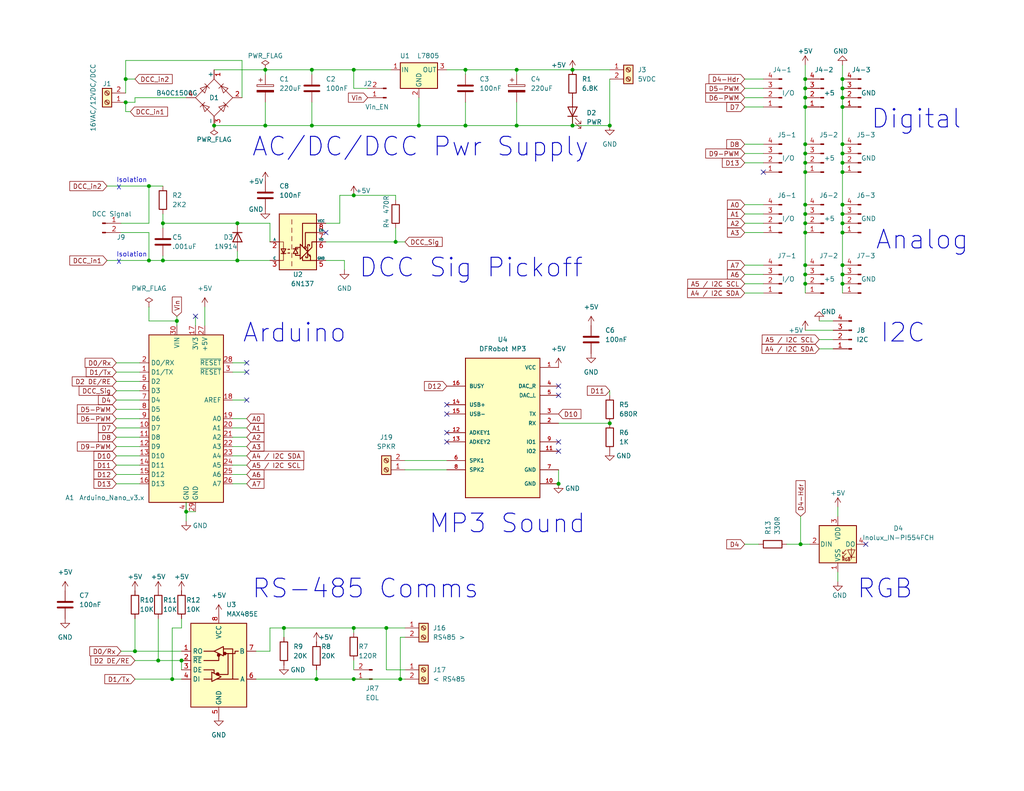
<source format=kicad_sch>
(kicad_sch (version 20211123) (generator eeschema)
  (paper "USLetter")
  (title_block (title "MAXDuino using Arduino R3") (date "2023-07-01") (rev "1.1") (comment 1 "RS485 (D0, D1, D2) / I2C (A4, A5) / DCC (D3) Comms") (comment 2 "DFRobot MP3 PLayer   (D10, D11, D12)") (comment 3 "Digital Pin headers (D4 +NeoPixel, D5, D6, D7, D8, D9, D13)") (comment 4 "Analog Pin headers (A0, A1, A2, A3, A6, A7)") (comment 5 "R1.1 =  Update (Sch/PCB) esp DCC Decoder "))
  (lib_symbols
    (symbol "Connector:Conn_01x02_Male" (pin_names (offset 1.016) hide)
      (property "Reference" "J" (at 0 2.54 0))
      (property "Value" "Conn_01x02_Male" (at 0 -5.08 0))
      (symbol "Conn_01x02_Male_1_1"
        (pin passive line (at 5.08 0 180) (length 3.81) (name "Pin_1") (number "1"))
        (pin passive line (at 5.08 -2.54 180) (length 3.81) (name "Pin_2") (number "2"))
      )
    )
    (symbol "Connector:Conn_01x04_Male" (pin_names (offset 1.016) hide)
      (property "Reference" "J" (at 0 5.08 0))
      (property "Value" "Conn_01x04_Male" (at 0 -7.62 0))
      (symbol "Conn_01x04_Male_1_1"
        (pin passive line (at 5.08 2.54 180) (length 3.81) (name "Pin_1") (number "1"))
        (pin passive line (at 5.08 0 180) (length 3.81) (name "Pin_2") (number "2"))
        (pin passive line (at 5.08 -2.54 180) (length 3.81) (name "Pin_3") (number "3"))
        (pin passive line (at 5.08 -5.08 180) (length 3.81) (name "Pin_4") (number "4"))
      )
    )
    (symbol "Connector:Screw_Terminal_01x02" (pin_names (offset 1.016) hide)
      (property "Reference" "J" (at 0 2.54 0))
      (property "Value" "Screw_Terminal_01x02" (at 0 -5.08 0))
      (symbol "Screw_Terminal_01x02_1_1"
        (pin passive line (at -5.08 0 0) (length 3.81) (name "Pin_1") (number "1"))
        (pin passive line (at -5.08 -2.54 0) (length 3.81) (name "Pin_2") (number "2"))
      )
    )
    (symbol "DFR0299:DFR0299" (pin_names (offset 1.016))
      (property "Reference" "U" (at -10.16 18.542 0))
      (property "Value" "DFR0299" (at -10.16 -22.86 0))
      (symbol "DFR0299_0_0"
        (pin power_in line (at 15.24 15.24 180) (length 5.08) (name "VCC") (number "1"))
        (pin power_in line (at 15.24 -16.51 180) (length 5.08) (name "GND") (number "10"))
        (pin bidirectional line (at 15.24 -7.62 180) (length 5.08) (name "IO2") (number "11"))
        (pin input line (at -15.24 -2.54 0) (length 5.08) (name "ADKEY1") (number "12"))
        (pin input line (at -15.24 -5.08 0) (length 5.08) (name "ADKEY2") (number "13"))
        (pin input line (at -15.24 5.08 0) (length 5.08) (name "USB+") (number "14"))
        (pin input line (at -15.24 2.54 0) (length 5.08) (name "USB-") (number "15"))
        (pin input line (at -15.24 10.16 0) (length 5.08) (name "BUSY") (number "16"))
        (pin input line (at 15.24 0 180) (length 5.08) (name "RX") (number "2"))
        (pin output line (at 15.24 2.54 180) (length 5.08) (name "TX") (number "3"))
        (pin output line (at 15.24 10.16 180) (length 5.08) (name "DAC_R") (number "4"))
        (pin output line (at 15.24 7.62 180) (length 5.08) (name "DAC_L") (number "5"))
        (pin passive line (at -15.24 -10.16 0) (length 5.08) (name "SPK1") (number "6"))
        (pin power_in line (at 15.24 -12.7 180) (length 5.08) (name "GND") (number "7"))
        (pin passive line (at -15.24 -12.7 0) (length 5.08) (name "SPK2") (number "8"))
        (pin bidirectional line (at 15.24 -5.08 180) (length 5.08) (name "IO1") (number "9"))
      )
    )
    (symbol "Device:C" (pin_numbers hide) (pin_names (offset 0.254))
      (property "Reference" "C" (at 0.635 2.54 0))
      (property "Value" "C" (at 0.635 -2.54 0))
      (symbol "C_1_1"
        (pin passive line (at 0 3.81 270) (length 2.794) (name "~") (number "1"))
        (pin passive line (at 0 -3.81 90) (length 2.794) (name "~") (number "2"))
      )
    )
    (symbol "Device:C_Polarized" (pin_numbers hide) (pin_names (offset 0.254))
      (property "Reference" "C" (at 0.635 2.54 0))
      (property "Value" "C_Polarized" (at 0.635 -2.54 0))
      (symbol "C_Polarized_1_1"
        (pin passive line (at 0 3.81 270) (length 2.794) (name "~") (number "1"))
        (pin passive line (at 0 -3.81 90) (length 2.794) (name "~") (number "2"))
      )
    )
    (symbol "Device:LED" (pin_numbers hide) (pin_names (offset 1.016) hide)
      (property "Reference" "D" (at 0 2.54 0))
      (property "Value" "LED" (at 0 -2.54 0))
      (symbol "LED_1_1"
        (pin passive line (at -3.81 0 0) (length 2.54) (name "K") (number "1"))
        (pin passive line (at 3.81 0 180) (length 2.54) (name "A") (number "2"))
      )
    )
    (symbol "Device:R" (pin_numbers hide) (pin_names (offset 0))
      (property "Reference" "R" (at 2.032 0 90))
      (property "Value" "R" (at 0 0 90))
      (symbol "R_1_1"
        (pin passive line (at 0 3.81 270) (length 1.27) (name "~") (number "1"))
        (pin passive line (at 0 -3.81 90) (length 1.27) (name "~") (number "2"))
      )
    )
    (symbol "Diode:1N914" (pin_numbers hide) (pin_names (offset 1.016) hide)
      (property "Reference" "D" (at 0 2.54 0))
      (property "Value" "1N914" (at 0 -2.54 0))
      (symbol "1N914_1_1"
        (pin passive line (at -3.81 0 0) (length 2.54) (name "K") (number "1"))
        (pin passive line (at 3.81 0 180) (length 2.54) (name "A") (number "2"))
      )
    )
    (symbol "Diode_Bridge:B40C1500G" (pin_names (offset 0))
      (property "Reference" "D" (at 2.54 6.985 0))
      (property "Value" "B40C1500G" (at 2.54 5.08 0))
      (symbol "B40C1500G_1_1"
        (pin passive line (at 7.62 0 180) (length 2.54) (name "+") (number "1"))
        (pin passive line (at 0 -7.62 90) (length 2.54) (name "~") (number "2"))
        (pin passive line (at -7.62 0 0) (length 2.54) (name "-") (number "3"))
        (pin passive line (at 0 7.62 270) (length 2.54) (name "~") (number "4"))
      )
    )
    (symbol "Interface_UART:MAX485E"
      (property "Reference" "U" (at -6.096 11.43 0))
      (property "Value" "MAX485E" (at 0.762 11.43 0))
      (symbol "MAX485E_1_1"
        (pin output line (at -10.16 2.54 0) (length 2.54) (name "RO") (number "1"))
        (pin input line (at -10.16 0 0) (length 2.54) (name "~{RE}") (number "2"))
        (pin input line (at -10.16 -2.54 0) (length 2.54) (name "DE") (number "3"))
        (pin input line (at -10.16 -5.08 0) (length 2.54) (name "DI") (number "4"))
        (pin power_in line (at 0 -15.24 90) (length 2.54) (name "GND") (number "5"))
        (pin bidirectional line (at 10.16 -5.08 180) (length 2.54) (name "A") (number "6"))
        (pin bidirectional line (at 10.16 2.54 180) (length 2.54) (name "B") (number "7"))
        (pin power_in line (at 0 12.7 270) (length 2.54) (name "VCC") (number "8"))
      )
    )
    (symbol "Isolator:6N137" (pin_names (offset 0))
      (property "Reference" "U" (at -4.064 8.89 0))
      (property "Value" "6N137" (at 0 -8.89 0))
      (symbol "6N137_1_1"
        (pin no_connect line (at -5.08 5.08 0) (length 2.54) hide (name "NC") (number "1"))
        (pin passive line (at -7.62 0 0) (length 2.54) (name "A") (number "2"))
        (pin passive line (at -7.62 -5.08 0) (length 2.54) (name "C") (number "3"))
        (pin power_in line (at 7.62 -5.08 180) (length 2.54) (name "GND") (number "5"))
        (pin open_collector line (at 7.62 0 180) (length 2.54) (name "VO") (number "6"))
        (pin input line (at 7.62 2.54 180) (length 2.54) (name "EN") (number "7"))
        (pin power_in line (at 7.62 5.08 180) (length 2.54) (name "VCC") (number "8"))
      )
    )
    (symbol "LED:Inolux_IN-PI554FCH" (pin_names (offset 0.254))
      (property "Reference" "D" (at 5.08 5.715 0))
      (property "Value" "Inolux_IN-PI554FCH" (at 1.27 -5.715 0))
      (symbol "Inolux_IN-PI554FCH_0_0"
        (text "RGB" (at 2.286 -4.191 0) (effects (font (size 0.762 0.762))))
      )
      (symbol "Inolux_IN-PI554FCH_1_1"
        (pin power_in line (at 0 -7.62 90) (length 2.54) (name "VSS") (number "1"))
        (pin input line (at -7.62 0 0) (length 2.54) (name "DIN") (number "2"))
        (pin power_in line (at 0 7.62 270) (length 2.54) (name "VDD") (number "3"))
        (pin output line (at 7.62 0 180) (length 2.54) (name "DO") (number "4"))
      )
    )
    (symbol "MCU_Module:Arduino_Nano_v3.x"
      (property "Reference" "A" (at -10.16 23.495 0))
      (property "Value" "Arduino_Nano_v3.x" (at 5.08 -24.13 0))
      (symbol "Arduino_Nano_v3.x_1_1"
        (pin bidirectional line (at -12.7 12.7 0) (length 2.54) (name "D1/TX") (number "1"))
        (pin bidirectional line (at -12.7 -2.54 0) (length 2.54) (name "D7") (number "10"))
        (pin bidirectional line (at -12.7 -5.08 0) (length 2.54) (name "D8") (number "11"))
        (pin bidirectional line (at -12.7 -7.62 0) (length 2.54) (name "D9") (number "12"))
        (pin bidirectional line (at -12.7 -10.16 0) (length 2.54) (name "D10") (number "13"))
        (pin bidirectional line (at -12.7 -12.7 0) (length 2.54) (name "D11") (number "14"))
        (pin bidirectional line (at -12.7 -15.24 0) (length 2.54) (name "D12") (number "15"))
        (pin bidirectional line (at -12.7 -17.78 0) (length 2.54) (name "D13") (number "16"))
        (pin power_out line (at 2.54 25.4 270) (length 2.54) (name "3V3") (number "17"))
        (pin input line (at 12.7 5.08 180) (length 2.54) (name "AREF") (number "18"))
        (pin bidirectional line (at 12.7 0 180) (length 2.54) (name "A0") (number "19"))
        (pin bidirectional line (at -12.7 15.24 0) (length 2.54) (name "D0/RX") (number "2"))
        (pin bidirectional line (at 12.7 -2.54 180) (length 2.54) (name "A1") (number "20"))
        (pin bidirectional line (at 12.7 -5.08 180) (length 2.54) (name "A2") (number "21"))
        (pin bidirectional line (at 12.7 -7.62 180) (length 2.54) (name "A3") (number "22"))
        (pin bidirectional line (at 12.7 -10.16 180) (length 2.54) (name "A4") (number "23"))
        (pin bidirectional line (at 12.7 -12.7 180) (length 2.54) (name "A5") (number "24"))
        (pin bidirectional line (at 12.7 -15.24 180) (length 2.54) (name "A6") (number "25"))
        (pin bidirectional line (at 12.7 -17.78 180) (length 2.54) (name "A7") (number "26"))
        (pin power_out line (at 5.08 25.4 270) (length 2.54) (name "+5V") (number "27"))
        (pin input line (at 12.7 15.24 180) (length 2.54) (name "~{RESET}") (number "28"))
        (pin power_in line (at 2.54 -25.4 90) (length 2.54) (name "GND") (number "29"))
        (pin input line (at 12.7 12.7 180) (length 2.54) (name "~{RESET}") (number "3"))
        (pin power_in line (at -2.54 25.4 270) (length 2.54) (name "VIN") (number "30"))
        (pin power_in line (at 0 -25.4 90) (length 2.54) (name "GND") (number "4"))
        (pin bidirectional line (at -12.7 10.16 0) (length 2.54) (name "D2") (number "5"))
        (pin bidirectional line (at -12.7 7.62 0) (length 2.54) (name "D3") (number "6"))
        (pin bidirectional line (at -12.7 5.08 0) (length 2.54) (name "D4") (number "7"))
        (pin bidirectional line (at -12.7 2.54 0) (length 2.54) (name "D5") (number "8"))
        (pin bidirectional line (at -12.7 0 0) (length 2.54) (name "D6") (number "9"))
      )
    )
    (symbol "Regulator_Linear:L7805" (pin_names (offset 0.254))
      (property "Reference" "U" (at -3.81 3.175 0))
      (property "Value" "L7805" (at 0 3.175 0))
      (symbol "L7805_1_1"
        (pin power_in line (at -7.62 0 0) (length 2.54) (name "IN") (number "1"))
        (pin power_in line (at 0 -7.62 90) (length 2.54) (name "GND") (number "2"))
        (pin power_out line (at 7.62 0 180) (length 2.54) (name "OUT") (number "3"))
      )
    )
    (symbol "power:+5V" (power) (pin_names (offset 0))
      (property "Value" "+5V" (at 0 3.556 0))
      (symbol "+5V_1_1"
        (pin power_in line (at 0 0 90) (length 0) hide (name "+5V") (number "1"))
      )
    )
    (symbol "power:GND" (power) (pin_names (offset 0))
      (property "Value" "GND" (at 0 -3.81 0))
      (symbol "GND_1_1"
        (pin power_in line (at 0 0 270) (length 0) hide (name "GND") (number "1"))
      )
    )
    (symbol "power:PWR_FLAG" (power) (pin_numbers hide) (pin_names (offset 0) hide)
      (property "Value" "PWR_FLAG" (at 0 3.81 0))
      (symbol "PWR_FLAG_0_0"
        (pin power_out line (at 0 0 90) (length 0) (name "pwr") (number "1"))
      )
    )
  )
  (junction (at 44.45 60.96))
  (junction (at 96.52 19.05))
  (junction (at 229.87 24.13))
  (junction (at 72.39 34.29))
  (junction (at 34.29 27.94))
  (junction (at 140.97 34.29))
  (junction (at 48.26 87.63))
  (junction (at 219.71 60.96))
  (junction (at 49.53 180.34))
  (junction (at 127 34.29))
  (junction (at 229.87 55.88))
  (junction (at 229.87 46.99))
  (junction (at 96.52 53.34))
  (junction (at 219.71 72.39))
  (junction (at 34.29 21.59))
  (junction (at 64.77 60.96))
  (junction (at 156.21 19.05))
  (junction (at 152.4 132.08))
  (junction (at 156.21 34.29))
  (junction (at 107.95 66.04))
  (junction (at 114.3 34.29))
  (junction (at 229.87 26.67))
  (junction (at 64.77 71.12))
  (junction (at 77.47 171.45))
  (junction (at 58.42 34.29))
  (junction (at 229.87 72.39))
  (junction (at 229.87 21.59))
  (junction (at 229.87 74.93))
  (junction (at 219.71 29.21))
  (junction (at 86.36 185.42))
  (junction (at 96.52 171.45))
  (junction (at 218.44 148.59))
  (junction (at 40.64 71.12))
  (junction (at 229.87 44.45))
  (junction (at 229.87 39.37))
  (junction (at 219.71 26.67))
  (junction (at 43.18 180.34))
  (junction (at 44.45 71.12))
  (junction (at 50.8 139.7))
  (junction (at 219.71 24.13))
  (junction (at 105.41 171.45))
  (junction (at 40.64 50.8))
  (junction (at 219.71 41.91))
  (junction (at 219.71 39.37))
  (junction (at 85.09 19.05))
  (junction (at 219.71 58.42))
  (junction (at 219.71 21.59))
  (junction (at 219.71 74.93))
  (junction (at 72.39 19.05))
  (junction (at 109.22 185.42))
  (junction (at 229.87 63.5))
  (junction (at 219.71 46.99))
  (junction (at 46.99 185.42))
  (junction (at 166.37 115.57))
  (junction (at 229.87 41.91))
  (junction (at 36.83 177.8))
  (junction (at 96.52 185.42))
  (junction (at 229.87 29.21))
  (junction (at 219.71 63.5))
  (junction (at 219.71 77.47))
  (junction (at 219.71 44.45))
  (junction (at 219.71 55.88))
  (junction (at 229.87 58.42))
  (junction (at 85.09 34.29))
  (junction (at 127 19.05))
  (junction (at 229.87 60.96))
  (junction (at 229.87 77.47))
  (junction (at 166.37 34.29))
  (junction (at 140.97 19.05))
  (no_connect (at 121.92 120.65))
  (no_connect (at 121.92 118.11))
  (no_connect (at 121.92 110.49))
  (no_connect (at 121.92 113.03))
  (no_connect (at 152.4 107.95))
  (no_connect (at 152.4 105.41))
  (no_connect (at 152.4 120.65))
  (no_connect (at 152.4 123.19))
  (no_connect (at 67.31 99.06))
  (no_connect (at 67.31 101.6))
  (no_connect (at 236.22 148.59))
  (no_connect (at 88.9 63.5))
  (no_connect (at 208.28 46.99))
  (no_connect (at 67.31 109.22))
  (no_connect (at 53.34 86.36))
  (wire (pts (xy 219.71 90.17) (xy 227.33 90.17)))
  (wire (pts (xy 110.49 173.99) (xy 109.22 173.99)))
  (wire (pts (xy 63.5 121.92) (xy 67.31 121.92)))
  (wire (pts (xy 86.36 182.88) (xy 86.36 185.42)))
  (wire (pts (xy 49.53 171.45) (xy 46.99 171.45)))
  (wire (pts (xy 88.9 71.12) (xy 93.98 71.12)))
  (wire (pts (xy 31.75 119.38) (xy 38.1 119.38)))
  (wire (pts (xy 140.97 19.05) (xy 156.21 19.05)))
  (wire (pts (xy 64.77 60.96) (xy 73.66 60.96)))
  (wire (pts (xy 36.83 27.94) (xy 34.29 27.94)))
  (wire (pts (xy 69.85 185.42) (xy 86.36 185.42)))
  (wire (pts (xy 96.52 19.05) (xy 96.52 24.13)))
  (wire (pts (xy 229.87 72.39) (xy 229.87 74.93)))
  (wire (pts (xy 77.47 171.45) (xy 77.47 173.99)))
  (wire (pts (xy 40.64 60.96) (xy 40.64 50.8)))
  (wire (pts (xy 219.71 44.45) (xy 219.71 46.99)))
  (wire (pts (xy 127 34.29) (xy 140.97 34.29)))
  (wire (pts (xy 109.22 185.42) (xy 110.49 185.42)))
  (wire (pts (xy 203.2 148.59) (xy 207.01 148.59)))
  (wire (pts (xy 85.09 34.29) (xy 72.39 34.29)))
  (wire (pts (xy 110.49 125.73) (xy 121.92 125.73)))
  (wire (pts (xy 36.83 185.42) (xy 46.99 185.42)))
  (wire (pts (xy 44.45 58.42) (xy 44.45 60.96)))
  (wire (pts (xy 48.26 87.63) (xy 48.26 88.9)))
  (wire (pts (xy 110.49 182.88) (xy 105.41 182.88)))
  (wire (pts (xy 36.83 168.91) (xy 36.83 177.8)))
  (wire (pts (xy 229.87 77.47) (xy 229.87 80.01)))
  (wire (pts (xy 219.71 41.91) (xy 219.71 44.45)))
  (wire (pts (xy 229.87 41.91) (xy 229.87 44.45)))
  (wire (pts (xy 88.9 60.96) (xy 92.71 60.96)))
  (wire (pts (xy 203.2 58.42) (xy 208.28 58.42)))
  (wire (pts (xy 63.5 127) (xy 67.31 127)))
  (wire (pts (xy 40.64 83.82) (xy 40.64 87.63)))
  (wire (pts (xy 229.87 24.13) (xy 229.87 26.67)))
  (wire (pts (xy 50.8 137.16) (xy 50.8 139.7)))
  (wire (pts (xy 203.2 29.21) (xy 208.28 29.21)))
  (wire (pts (xy 229.87 44.45) (xy 229.87 46.99)))
  (wire (pts (xy 203.2 63.5) (xy 208.28 63.5)))
  (wire (pts (xy 31.75 129.54) (xy 38.1 129.54)))
  (wire (pts (xy 114.3 26.67) (xy 114.3 34.29)))
  (wire (pts (xy 203.2 77.47) (xy 208.28 77.47)))
  (wire (pts (xy 63.5 99.06) (xy 67.31 99.06)))
  (wire (pts (xy 50.8 139.7) (xy 53.34 139.7)))
  (wire (pts (xy 93.98 71.12) (xy 93.98 73.66)))
  (wire (pts (xy 63.5 124.46) (xy 67.31 124.46)))
  (wire (pts (xy 88.9 66.04) (xy 107.95 66.04)))
  (wire (pts (xy 140.97 27.94) (xy 140.97 34.29)))
  (wire (pts (xy 229.87 17.78) (xy 229.87 21.59)))
  (wire (pts (xy 228.6 138.43) (xy 228.6 140.97)))
  (wire (pts (xy 31.75 116.84) (xy 38.1 116.84)))
  (wire (pts (xy 36.83 177.8) (xy 49.53 177.8)))
  (wire (pts (xy 223.52 92.71) (xy 227.33 92.71)))
  (wire (pts (xy 109.22 173.99) (xy 109.22 185.42)))
  (wire (pts (xy 203.2 55.88) (xy 208.28 55.88)))
  (wire (pts (xy 44.45 69.85) (xy 44.45 71.12)))
  (wire (pts (xy 219.71 29.21) (xy 219.71 39.37)))
  (wire (pts (xy 63.5 114.3) (xy 67.31 114.3)))
  (wire (pts (xy 50.8 142.24) (xy 50.8 139.7)))
  (wire (pts (xy 219.71 63.5) (xy 219.71 72.39)))
  (wire (pts (xy 105.41 182.88) (xy 105.41 171.45)))
  (wire (pts (xy 85.09 20.32) (xy 85.09 19.05)))
  (wire (pts (xy 31.75 111.76) (xy 38.1 111.76)))
  (wire (pts (xy 64.77 71.12) (xy 73.66 71.12)))
  (wire (pts (xy 218.44 148.59) (xy 220.98 148.59)))
  (wire (pts (xy 96.52 24.13) (xy 100.33 24.13)))
  (wire (pts (xy 229.87 29.21) (xy 229.87 39.37)))
  (wire (pts (xy 58.42 19.05) (xy 72.39 19.05)))
  (wire (pts (xy 66.04 16.51) (xy 66.04 26.67)))
  (wire (pts (xy 73.66 171.45) (xy 73.66 177.8)))
  (wire (pts (xy 29.21 50.8) (xy 40.64 50.8)))
  (wire (pts (xy 85.09 34.29) (xy 114.3 34.29)))
  (wire (pts (xy 229.87 46.99) (xy 229.87 55.88)))
  (wire (pts (xy 63.5 101.6) (xy 67.31 101.6)))
  (wire (pts (xy 107.95 66.04) (xy 110.49 66.04)))
  (wire (pts (xy 114.3 34.29) (xy 127 34.29)))
  (wire (pts (xy 96.52 172.72) (xy 96.52 171.45)))
  (wire (pts (xy 44.45 71.12) (xy 64.77 71.12)))
  (wire (pts (xy 223.52 95.25) (xy 227.33 95.25)))
  (wire (pts (xy 219.71 55.88) (xy 219.71 58.42)))
  (wire (pts (xy 36.83 180.34) (xy 43.18 180.34)))
  (wire (pts (xy 219.71 60.96) (xy 219.71 63.5)))
  (wire (pts (xy 96.52 19.05) (xy 85.09 19.05)))
  (wire (pts (xy 31.75 121.92) (xy 38.1 121.92)))
  (wire (pts (xy 40.64 50.8) (xy 44.45 50.8)))
  (wire (pts (xy 152.4 115.57) (xy 166.37 115.57)))
  (wire (pts (xy 33.02 63.5) (xy 40.64 63.5)))
  (wire (pts (xy 96.52 171.45) (xy 105.41 171.45)))
  (wire (pts (xy 219.71 72.39) (xy 219.71 74.93)))
  (wire (pts (xy 140.97 34.29) (xy 156.21 34.29)))
  (wire (pts (xy 127 27.94) (xy 127 34.29)))
  (wire (pts (xy 203.2 21.59) (xy 208.28 21.59)))
  (wire (pts (xy 46.99 171.45) (xy 46.99 185.42)))
  (wire (pts (xy 34.29 21.59) (xy 36.83 21.59)))
  (wire (pts (xy 31.75 127) (xy 38.1 127)))
  (wire (pts (xy 203.2 26.67) (xy 208.28 26.67)))
  (wire (pts (xy 69.85 177.8) (xy 73.66 177.8)))
  (wire (pts (xy 105.41 171.45) (xy 110.49 171.45)))
  (wire (pts (xy 166.37 106.68) (xy 166.37 107.95)))
  (wire (pts (xy 92.71 60.96) (xy 92.71 53.34)))
  (wire (pts (xy 127 19.05) (xy 140.97 19.05)))
  (wire (pts (xy 31.75 109.22) (xy 38.1 109.22)))
  (wire (pts (xy 219.71 77.47) (xy 219.71 80.01)))
  (wire (pts (xy 203.2 60.96) (xy 208.28 60.96)))
  (wire (pts (xy 63.5 129.54) (xy 67.31 129.54)))
  (wire (pts (xy 31.75 99.06) (xy 38.1 99.06)))
  (wire (pts (xy 33.02 60.96) (xy 40.64 60.96)))
  (wire (pts (xy 229.87 58.42) (xy 229.87 60.96)))
  (wire (pts (xy 110.49 128.27) (xy 121.92 128.27)))
  (wire (pts (xy 44.45 60.96) (xy 44.45 62.23)))
  (wire (pts (xy 203.2 24.13) (xy 208.28 24.13)))
  (wire (pts (xy 214.63 148.59) (xy 218.44 148.59)))
  (wire (pts (xy 229.87 63.5) (xy 229.87 72.39)))
  (wire (pts (xy 40.64 71.12) (xy 44.45 71.12)))
  (wire (pts (xy 203.2 44.45) (xy 208.28 44.45)))
  (wire (pts (xy 31.75 101.6) (xy 38.1 101.6)))
  (wire (pts (xy 219.71 17.78) (xy 219.71 21.59)))
  (wire (pts (xy 203.2 80.01) (xy 208.28 80.01)))
  (wire (pts (xy 63.5 132.08) (xy 67.31 132.08)))
  (wire (pts (xy 31.75 114.3) (xy 38.1 114.3)))
  (wire (pts (xy 107.95 62.23) (xy 107.95 66.04)))
  (wire (pts (xy 219.71 21.59) (xy 219.71 24.13)))
  (wire (pts (xy 49.53 168.91) (xy 49.53 171.45)))
  (wire (pts (xy 229.87 60.96) (xy 229.87 63.5)))
  (wire (pts (xy 203.2 72.39) (xy 208.28 72.39)))
  (wire (pts (xy 223.52 87.63) (xy 227.33 87.63)))
  (wire (pts (xy 156.21 34.29) (xy 166.37 34.29)))
  (wire (pts (xy 34.29 30.48) (xy 35.56 30.48)))
  (wire (pts (xy 63.5 109.22) (xy 67.31 109.22)))
  (wire (pts (xy 92.71 53.34) (xy 96.52 53.34)))
  (wire (pts (xy 156.21 31.75) (xy 156.21 34.29)))
  (wire (pts (xy 219.71 46.99) (xy 219.71 55.88)))
  (wire (pts (xy 203.2 74.93) (xy 208.28 74.93)))
  (wire (pts (xy 36.83 26.67) (xy 36.83 27.94)))
  (wire (pts (xy 85.09 27.94) (xy 85.09 34.29)))
  (wire (pts (xy 40.64 87.63) (xy 48.26 87.63)))
  (wire (pts (xy 219.71 39.37) (xy 219.71 41.91)))
  (wire (pts (xy 63.5 119.38) (xy 67.31 119.38)))
  (wire (pts (xy 31.75 124.46) (xy 38.1 124.46)))
  (wire (pts (xy 203.2 41.91) (xy 208.28 41.91)))
  (wire (pts (xy 31.75 132.08) (xy 38.1 132.08)))
  (wire (pts (xy 96.52 180.34) (xy 96.52 182.88)))
  (wire (pts (xy 229.87 39.37) (xy 229.87 41.91)))
  (wire (pts (xy 49.53 180.34) (xy 49.53 182.88)))
  (wire (pts (xy 140.97 19.05) (xy 140.97 20.32)))
  (wire (pts (xy 229.87 26.67) (xy 229.87 29.21)))
  (wire (pts (xy 34.29 21.59) (xy 34.29 25.4)))
  (wire (pts (xy 127 19.05) (xy 127 20.32)))
  (wire (pts (xy 229.87 55.88) (xy 229.87 58.42)))
  (wire (pts (xy 218.44 148.59) (xy 218.44 140.97)))
  (wire (pts (xy 63.5 116.84) (xy 67.31 116.84)))
  (wire (pts (xy 73.66 60.96) (xy 73.66 66.04)))
  (wire (pts (xy 96.52 53.34) (xy 107.95 53.34)))
  (wire (pts (xy 228.6 156.21) (xy 228.6 158.75)))
  (wire (pts (xy 107.95 54.61) (xy 107.95 53.34)))
  (wire (pts (xy 156.21 19.05) (xy 166.37 19.05)))
  (wire (pts (xy 33.02 177.8) (xy 36.83 177.8)))
  (wire (pts (xy 166.37 21.59) (xy 166.37 34.29)))
  (wire (pts (xy 72.39 27.94) (xy 72.39 34.29)))
  (wire (pts (xy 58.42 34.29) (xy 72.39 34.29)))
  (wire (pts (xy 31.75 106.68) (xy 38.1 106.68)))
  (wire (pts (xy 72.39 19.05) (xy 85.09 19.05)))
  (wire (pts (xy 96.52 185.42) (xy 109.22 185.42)))
  (wire (pts (xy 219.71 58.42) (xy 219.71 60.96)))
  (wire (pts (xy 219.71 74.93) (xy 219.71 77.47)))
  (wire (pts (xy 48.26 86.36) (xy 48.26 87.63)))
  (wire (pts (xy 77.47 171.45) (xy 96.52 171.45)))
  (wire (pts (xy 64.77 71.12) (xy 64.77 68.58)))
  (wire (pts (xy 72.39 20.32) (xy 72.39 19.05)))
  (wire (pts (xy 121.92 19.05) (xy 127 19.05)))
  (wire (pts (xy 34.29 16.51) (xy 34.29 21.59)))
  (wire (pts (xy 29.21 71.12) (xy 40.64 71.12)))
  (wire (pts (xy 73.66 171.45) (xy 77.47 171.45)))
  (wire (pts (xy 55.88 83.82) (xy 55.88 88.9)))
  (wire (pts (xy 229.87 21.59) (xy 229.87 24.13)))
  (wire (pts (xy 40.64 63.5) (xy 40.64 71.12)))
  (wire (pts (xy 203.2 39.37) (xy 208.28 39.37)))
  (wire (pts (xy 152.4 128.27) (xy 152.4 132.08)))
  (wire (pts (xy 43.18 180.34) (xy 49.53 180.34)))
  (wire (pts (xy 44.45 60.96) (xy 64.77 60.96)))
  (wire (pts (xy 86.36 185.42) (xy 96.52 185.42)))
  (wire (pts (xy 219.71 26.67) (xy 219.71 29.21)))
  (wire (pts (xy 229.87 74.93) (xy 229.87 77.47)))
  (wire (pts (xy 31.75 104.14) (xy 38.1 104.14)))
  (wire (pts (xy 43.18 168.91) (xy 43.18 180.34)))
  (wire (pts (xy 50.8 26.67) (xy 36.83 26.67)))
  (wire (pts (xy 34.29 27.94) (xy 34.29 30.48)))
  (wire (pts (xy 46.99 185.42) (xy 49.53 185.42)))
  (wire (pts (xy 219.71 24.13) (xy 219.71 26.67)))
  (wire (pts (xy 34.29 16.51) (xy 66.04 16.51)))
  (wire (pts (xy 53.34 86.36) (xy 53.34 88.9)))
  (wire (pts (xy 96.52 19.05) (xy 106.68 19.05)))
  (text "I2C" (at 240.03 93.98 0) (effects (font (size 5.08 5.08) (thickness 0.254) bold) (justify left bottom)))
  (text "Isolation\nX" (at 31.75 52.07 0) (effects (font (size 1.27 1.27)) (justify left bottom)))
  (text "Analog" (at 238.76 68.58 0) (effects (font (size 5.08 5.08) (thickness 0.254) bold) (justify left bottom)))
  (text "RS-485 Comms" (at 68.58 163.83 0) (effects (font (size 5.08 5.08) (thickness 0.254) bold) (justify left bottom)))
  (text "Arduino" (at 66.04 93.98 0) (effects (font (size 5.08 5.08) (thickness 0.254) bold) (justify left bottom)))
  (text "Digital" (at 237.49 35.56 0) (effects (font (size 5.08 5.08) (thickness 0.254) bold) (justify left bottom)))
  (text "DCC Sig Pickoff\n" (at 97.79 76.2 0) (effects (font (size 5.08 5.08) (thickness 0.254) bold) (justify left bottom)))
  (text "AC/DC/DCC Pwr Supply" (at 68.58 43.18 0) (effects (font (size 5.08 5.08) (thickness 0.254) bold) (justify left bottom)))
  (text "Isolation\nX" (at 31.75 72.39 0) (effects (font (size 1.27 1.27)) (justify left bottom)))
  (text "MP3 Sound" (at 116.84 146.05 0) (effects (font (size 5.08 5.08) (thickness 0.254) bold) (justify left bottom)))
  (text "RGB" (at 233.68 163.83 0) (effects (font (size 5.08 5.08) (thickness 0.254) bold) (justify left bottom)))
  (global_label "A5 {slash} I2C SCL" (shape input) (at 223.52 92.71 180) (property "Intersheet References" "${INTERSHEET_REFS}" (effects hide)))
  (global_label "Vin" (shape input) (at 100.33 26.67 180) (property "Intersheet References" "${INTERSHEET_REFS}" (effects hide)))
  (global_label "D0{slash}Rx" (shape input) (at 33.02 177.8 180) (property "Intersheet References" "${INTERSHEET_REFS}" (effects hide)))
  (global_label "D0{slash}Rx" (shape input) (at 31.75 99.06 180) (property "Intersheet References" "${INTERSHEET_REFS}" (effects hide)))
  (global_label "DCC_in2" (shape input) (at 29.21 50.8 180) (property "Intersheet References" "${INTERSHEET_REFS}" (effects hide)))
  (global_label "D1{slash}Tx" (shape input) (at 36.83 185.42 180) (property "Intersheet References" "${INTERSHEET_REFS}" (effects hide)))
  (global_label "D2 DE{slash}RE" (shape input) (at 36.83 180.34 180) (property "Intersheet References" "${INTERSHEET_REFS}" (effects hide)))
  (global_label "A4 {slash} I2C SDA" (shape input) (at 203.2 80.01 180) (property "Intersheet References" "${INTERSHEET_REFS}" (effects hide)))
  (global_label "D1{slash}Tx" (shape input) (at 31.75 101.6 180) (property "Intersheet References" "${INTERSHEET_REFS}" (effects hide)))
  (global_label "DCC_Sig" (shape input) (at 110.49 66.04 0) (property "Intersheet References" "${INTERSHEET_REFS}" (effects hide)))
  (global_label "A4 {slash} I2C SDA" (shape input) (at 223.52 95.25 180) (property "Intersheet References" "${INTERSHEET_REFS}" (effects hide)))
  (global_label "D10" (shape input) (at 152.4 113.03 0) (property "Intersheet References" "${INTERSHEET_REFS}" (effects hide)))
  (global_label "A6" (shape input) (at 67.31 129.54 0) (property "Intersheet References" "${INTERSHEET_REFS}" (effects hide)))
  (global_label "Vin" (shape input) (at 48.26 86.36 90) (property "Intersheet References" "${INTERSHEET_REFS}" (effects hide)))
  (global_label "D10" (shape input) (at 31.75 124.46 180) (property "Intersheet References" "${INTERSHEET_REFS}" (effects hide)))
  (global_label "D2 DE{slash}RE" (shape input) (at 31.75 104.14 180) (property "Intersheet References" "${INTERSHEET_REFS}" (effects hide)))
  (global_label "A1" (shape input) (at 67.31 116.84 0) (property "Intersheet References" "${INTERSHEET_REFS}" (effects hide)))
  (global_label "A6" (shape input) (at 203.2 74.93 180) (property "Intersheet References" "${INTERSHEET_REFS}" (effects hide)))
  (global_label "D6-PWM" (shape input) (at 203.2 26.67 180) (property "Intersheet References" "${INTERSHEET_REFS}" (effects hide)))
  (global_label "D4-Hdr" (shape input) (at 218.44 140.97 90) (property "Intersheet References" "${INTERSHEET_REFS}" (effects hide)))
  (global_label "DCC_in1" (shape input) (at 35.56 30.48 0) (property "Intersheet References" "${INTERSHEET_REFS}" (effects hide)))
  (global_label "A7" (shape input) (at 67.31 132.08 0) (property "Intersheet References" "${INTERSHEET_REFS}" (effects hide)))
  (global_label "D8" (shape input) (at 31.75 119.38 180) (property "Intersheet References" "${INTERSHEET_REFS}" (effects hide)))
  (global_label "A5 {slash} I2C SCL" (shape input) (at 67.31 127 0) (property "Intersheet References" "${INTERSHEET_REFS}" (effects hide)))
  (global_label "A4 {slash} I2C SDA" (shape input) (at 67.31 124.46 0) (property "Intersheet References" "${INTERSHEET_REFS}" (effects hide)))
  (global_label "D6-PWM" (shape input) (at 31.75 114.3 180) (property "Intersheet References" "${INTERSHEET_REFS}" (effects hide)))
  (global_label "D9-PWM" (shape input) (at 203.2 41.91 180) (property "Intersheet References" "${INTERSHEET_REFS}" (effects hide)))
  (global_label "DCC_Sig" (shape input) (at 31.75 106.68 180) (property "Intersheet References" "${INTERSHEET_REFS}" (effects hide)))
  (global_label "A0" (shape input) (at 203.2 55.88 180) (property "Intersheet References" "${INTERSHEET_REFS}" (effects hide)))
  (global_label "D4" (shape input) (at 31.75 109.22 180) (property "Intersheet References" "${INTERSHEET_REFS}" (effects hide)))
  (global_label "D9-PWM" (shape input) (at 31.75 121.92 180) (property "Intersheet References" "${INTERSHEET_REFS}" (effects hide)))
  (global_label "D4" (shape input) (at 203.2 148.59 180) (property "Intersheet References" "${INTERSHEET_REFS}" (effects hide)))
  (global_label "A3" (shape input) (at 67.31 121.92 0) (property "Intersheet References" "${INTERSHEET_REFS}" (effects hide)))
  (global_label "A5 {slash} I2C SCL" (shape input) (at 203.2 77.47 180) (property "Intersheet References" "${INTERSHEET_REFS}" (effects hide)))
  (global_label "D4-Hdr" (shape input) (at 203.2 21.59 180) (property "Intersheet References" "${INTERSHEET_REFS}" (effects hide)))
  (global_label "D7" (shape input) (at 31.75 116.84 180) (property "Intersheet References" "${INTERSHEET_REFS}" (effects hide)))
  (global_label "A3" (shape input) (at 203.2 63.5 180) (property "Intersheet References" "${INTERSHEET_REFS}" (effects hide)))
  (global_label "DCC_in1" (shape input) (at 29.21 71.12 180) (property "Intersheet References" "${INTERSHEET_REFS}" (effects hide)))
  (global_label "A0" (shape input) (at 67.31 114.3 0) (property "Intersheet References" "${INTERSHEET_REFS}" (effects hide)))
  (global_label "D11" (shape input) (at 31.75 127 180) (property "Intersheet References" "${INTERSHEET_REFS}" (effects hide)))
  (global_label "D12" (shape input) (at 121.92 105.41 180) (property "Intersheet References" "${INTERSHEET_REFS}" (effects hide)))
  (global_label "A7" (shape input) (at 203.2 72.39 180) (property "Intersheet References" "${INTERSHEET_REFS}" (effects hide)))
  (global_label "D11" (shape input) (at 166.37 106.68 180) (property "Intersheet References" "${INTERSHEET_REFS}" (effects hide)))
  (global_label "A2" (shape input) (at 203.2 60.96 180) (property "Intersheet References" "${INTERSHEET_REFS}" (effects hide)))
  (global_label "D7" (shape input) (at 203.2 29.21 180) (property "Intersheet References" "${INTERSHEET_REFS}" (effects hide)))
  (global_label "A1" (shape input) (at 203.2 58.42 180) (property "Intersheet References" "${INTERSHEET_REFS}" (effects hide)))
  (global_label "D5-PWM" (shape input) (at 31.75 111.76 180) (property "Intersheet References" "${INTERSHEET_REFS}" (effects hide)))
  (global_label "D8" (shape input) (at 203.2 39.37 180) (property "Intersheet References" "${INTERSHEET_REFS}" (effects hide)))
  (global_label "A2" (shape input) (at 67.31 119.38 0) (property "Intersheet References" "${INTERSHEET_REFS}" (effects hide)))
  (global_label "D5-PWM" (shape input) (at 203.2 24.13 180) (property "Intersheet References" "${INTERSHEET_REFS}" (effects hide)))
  (global_label "D13" (shape input) (at 31.75 132.08 180) (property "Intersheet References" "${INTERSHEET_REFS}" (effects hide)))
  (global_label "D13" (shape input) (at 203.2 44.45 180) (property "Intersheet References" "${INTERSHEET_REFS}" (effects hide)))
  (global_label "DCC_in2" (shape input) (at 36.83 21.59 0) (property "Intersheet References" "${INTERSHEET_REFS}" (effects hide)))
  (global_label "D12" (shape input) (at 31.75 129.54 180) (property "Intersheet References" "${INTERSHEET_REFS}" (effects hide)))
  (symbol (lib_id "Device:R") (at 166.37 119.38 0) (unit 1)
    (property "Reference" "R6" (at 168.91 118.1099 0) (effects (justify left)))
    (property "Value" "1K" (at 168.91 120.65 0) (effects (justify left)))
    (property "Footprint" "Resistor_THT:R_Axial_DIN0207_L6.3mm_D2.5mm_P7.62mm_Horizontal" (effects hide))
  )
  (symbol (lib_id "power:+5V") (at 219.71 90.17 0) (unit 1)
    (property "Reference" "#PWR0110" (effects hide))
    (property "Value" "+5V" (at 217.17 90.17 0))
  )
  (symbol (lib_id "Device:R") (at 77.47 177.8 0) (unit 1)
    (property "Reference" "R9" (at 80.01 176.5299 0) (effects (justify left)))
    (property "Value" "20K" (at 80.01 179.07 0) (effects (justify left)))
    (property "Footprint" "Resistor_THT:R_Axial_DIN0207_L6.3mm_D2.5mm_P7.62mm_Horizontal" (effects hide))
  )
  (symbol (lib_id "Device:R") (at 43.18 165.1 180) (unit 1)
    (property "Reference" "R11" (at 44.45 163.8299 0) (effects (justify right)))
    (property "Value" "10K" (at 44.45 166.37 0) (effects (justify right)))
    (property "Footprint" "Resistor_THT:R_Axial_DIN0207_L6.3mm_D2.5mm_P7.62mm_Horizontal" (effects hide))
  )
  (symbol (lib_id "Connector:Conn_01x04_Male") (at 234.95 26.67 180) (unit 1)
    (property "Reference" "J4-3" (at 232.41 19.05 0) (effects (justify right)))
    (property "Value" "GND" (at 234.95 25.4 0) (effects (justify right)))
    (property "Footprint" "Connector_PinHeader_2.54mm:PinHeader_1x04_P2.54mm_Vertical" (effects hide))
  )
  (symbol (lib_id "power:PWR_FLAG") (at 40.64 83.82 0) (unit 1)
    (property "Reference" "#FLG0104" (effects hide))
    (property "Value" "PWR_FLAG" (at 40.64 78.74 0))
  )
  (symbol (lib_id "Connector:Conn_01x04_Male") (at 213.36 77.47 180) (unit 1)
    (property "Reference" "J7-1" (at 212.09 69.85 0) (effects (justify right)))
    (property "Value" "I/O" (at 213.36 76.2 0) (effects (justify right)))
    (property "Footprint" "Connector_PinHeader_2.54mm:PinHeader_1x04_P2.54mm_Vertical" (effects hide))
  )
  (symbol (lib_id "Connector:Screw_Terminal_01x02") (at 115.57 171.45 0) (unit 1)
    (property "Reference" "J16" (at 118.11 171.4499 0) (effects (justify left)))
    (property "Value" "RS485 >" (at 118.11 173.9899 0) (effects (justify left)))
    (property "Footprint" "TerminalBlock_Phoenix:TerminalBlock_Phoenix_MKDS-3-2-5.08_1x02_P5.08mm_Horizontal" (effects hide))
  )
  (symbol (lib_id "Device:R") (at 86.36 179.07 0) (unit 1)
    (property "Reference" "R8" (at 87.63 176.53 0) (effects (justify left)))
    (property "Value" "20K" (at 87.63 179.07 0) (effects (justify left)))
    (property "Footprint" "Resistor_THT:R_Axial_DIN0207_L6.3mm_D2.5mm_P7.62mm_Horizontal" (effects hide))
  )
  (symbol (lib_id "Connector:Conn_01x02_Male") (at 105.41 26.67 180) (unit 1)
    (property "Reference" "J2" (at 100.33 22.86 0))
    (property "Value" "Vin_EN" (at 102.87 29.21 0))
    (property "Footprint" "Connector_PinHeader_2.54mm:PinHeader_1x02_P2.54mm_Vertical" (effects hide))
  )
  (symbol (lib_id "Device:R") (at 156.21 22.86 0) (unit 1)
    (property "Reference" "R1" (at 158.75 21.5899 0) (effects (justify left)))
    (property "Value" "6.8K" (at 158.75 24.1299 0) (effects (justify left)))
    (property "Footprint" "Resistor_THT:R_Axial_DIN0207_L6.3mm_D2.5mm_P7.62mm_Horizontal" (effects hide))
  )
  (symbol (lib_id "Connector:Conn_01x04_Male") (at 234.95 60.96 180) (unit 1)
    (property "Reference" "J6-3" (at 233.68 53.34 0) (effects (justify right)))
    (property "Value" "GND" (at 234.95 59.69 0) (effects (justify right)))
    (property "Footprint" "Connector_PinHeader_2.54mm:PinHeader_1x04_P2.54mm_Vertical" (effects hide))
  )
  (symbol (lib_id "power:GND") (at 17.78 168.91 0) (unit 1)
    (property "Reference" "#PWR05" (effects hide))
    (property "Value" "GND" (at 17.78 173.99 0))
  )
  (symbol (lib_id "power:+5V") (at 49.53 161.29 0) (unit 1)
    (property "Reference" "#PWR03" (effects hide))
    (property "Value" "+5V" (at 49.53 157.48 0))
  )
  (symbol (lib_id "power:PWR_FLAG") (at 58.42 34.29 180) (unit 1)
    (property "Reference" "#FLG0101" (effects hide))
    (property "Value" "PWR_FLAG" (at 58.42 38.1 0))
  )
  (symbol (lib_id "Device:R") (at 36.83 165.1 180) (unit 1)
    (property "Reference" "R10" (at 38.1 163.83 0) (effects (justify right)))
    (property "Value" "10K" (at 38.1 166.37 0) (effects (justify right)))
    (property "Footprint" "Resistor_THT:R_Axial_DIN0207_L6.3mm_D2.5mm_P7.62mm_Horizontal" (effects hide))
  )
  (symbol (lib_id "power:+5V") (at 228.6 138.43 0) (unit 1)
    (property "Reference" "#PWR0111" (effects hide))
    (property "Value" "+5V" (at 228.6 134.62 0))
  )
  (symbol (lib_id "Connector:Conn_01x04_Male") (at 224.79 77.47 180) (unit 1)
    (property "Reference" "J7-2" (at 223.52 69.85 0) (effects (justify right)))
    (property "Value" "+5" (at 224.79 76.2 0) (effects (justify right)))
    (property "Footprint" "Connector_PinHeader_2.54mm:PinHeader_1x04_P2.54mm_Vertical" (effects hide))
  )
  (symbol (lib_id "power:+5V") (at 86.36 175.26 0) (unit 1)
    (property "Reference" "#PWR07" (effects hide))
    (property "Value" "+5V" (at 88.9 173.99 0))
  )
  (symbol (lib_id "power:+5V") (at 59.69 167.64 0) (unit 1)
    (property "Reference" "#PWR0107" (effects hide))
    (property "Value" "+5V" (at 59.69 162.56 0))
  )
  (symbol (lib_id "power:GND") (at 161.29 96.52 0) (unit 1)
    (property "Reference" "#PWR014" (effects hide))
    (property "Value" "GND" (at 161.29 101.6 0))
  )
  (symbol (lib_id "Device:C_Polarized") (at 72.39 24.13 0) (unit 1)
    (property "Reference" "C1" (at 76.2 21.59 0) (effects (justify left)))
    (property "Value" "220uF" (at 76.2 24.13 0) (effects (justify left)))
    (property "Footprint" "Capacitor_THT:CP_Radial_D6.3mm_P2.50mm" (effects hide))
  )
  (symbol (lib_id "Device:LED") (at 156.21 30.48 90) (unit 1)
    (property "Reference" "D2" (at 160.02 30.7974 90) (effects (justify right)))
    (property "Value" "PWR" (at 160.02 33.3374 90) (effects (justify right)))
    (property "Footprint" "LED_THT:LED_D5.0mm" (effects hide))
  )
  (symbol (lib_id "power:GND") (at 166.37 123.19 0) (unit 1)
    (property "Reference" "#PWR012" (effects hide))
    (property "Value" "GND" (at 170.18 124.46 0))
  )
  (symbol (lib_id "power:+5V") (at 152.4 100.33 0) (unit 1)
    (property "Reference" "#PWR010" (effects hide))
    (property "Value" "+5V" (at 152.4 95.25 0))
  )
  (symbol (lib_id "power:GND") (at 152.4 132.08 0) (unit 1)
    (property "Reference" "#PWR011" (effects hide))
    (property "Value" "GND" (at 156.21 133.35 0))
  )
  (symbol (lib_id "power:GND") (at 229.87 17.78 180) (unit 1)
    (property "Reference" "#PWR09" (effects hide))
    (property "Value" "GND" (at 227.33 13.97 0) (effects (justify right)))
  )
  (symbol (lib_id "Connector:Screw_Terminal_01x02") (at 29.21 27.94 180) (unit 1)
    (property "Reference" "J1" (at 29.21 22.86 0))
    (property "Value" "16VAC/12VDC/DCC" (at 25.4 26.67 90))
    (property "Footprint" "TerminalBlock_Phoenix:TerminalBlock_Phoenix_MKDS-3-2-5.08_1x02_P5.08mm_Horizontal" (effects hide))
  )
  (symbol (lib_id "Device:R") (at 49.53 165.1 180) (unit 1)
    (property "Reference" "R12" (at 50.8 163.83 0) (effects (justify right)))
    (property "Value" "10K" (at 50.8 166.37 0) (effects (justify right)))
    (property "Footprint" "Resistor_THT:R_Axial_DIN0207_L6.3mm_D2.5mm_P7.62mm_Horizontal" (effects hide))
  )
  (symbol (lib_id "DFR0299:DFR0299") (at 137.16 115.57 0) (unit 1)
    (property "Reference" "U4" (at 137.16 92.71 0))
    (property "Value" "DFRobot MP3" (at 137.16 95.25 0))
    (property "Footprint" "MODULE_DFR0299" (effects hide))
    (property "DESCRIPTION" "Dfplayer - a Mini Mp3 Player" (effects hide))
    (property "MF" "DFRobot" (effects hide))
    (property "AVAILABILITY" "Unavailable" (effects hide))
    (property "MP" "DFR0299" (effects hide))
    (property "PACKAGE" "None" (effects hide))
    (property "PRICE" "None" (effects hide))
  )
  (symbol (lib_id "Device:R") (at 210.82 148.59 90) (unit 1)
    (property "Reference" "R13" (at 209.5499 146.05 0) (effects (justify left)))
    (property "Value" "330R" (at 212.09 146.05 0) (effects (justify left)))
    (property "Footprint" "Resistor_THT:R_Axial_DIN0207_L6.3mm_D2.5mm_P7.62mm_Horizontal" (effects hide))
  )
  (symbol (lib_id "Connector:Conn_01x04_Male") (at 213.36 26.67 180) (unit 1)
    (property "Reference" "J4-1" (at 210.82 19.05 0) (effects (justify right)))
    (property "Value" "I/O" (at 213.36 25.4 0) (effects (justify right)))
    (property "Footprint" "Connector_PinHeader_2.54mm:PinHeader_1x04_P2.54mm_Vertical" (effects hide))
  )
  (symbol (lib_id "MCU_Module:Arduino_Nano_v3.x") (at 50.8 114.3 0) (unit 1)
    (property "Reference" "A1" (at 17.78 135.89 0) (effects (justify left)))
    (property "Value" "Arduino_Nano_v3.x" (at 21.59 135.89 0) (effects (justify left)))
    (property "Footprint" "Module:Arduino_Nano" (effects hide))
    (property "Datasheet" "http://www.mouser.com/pdfdocs/Gravitech_Arduino_Nano3_0.pdf" (effects hide))
  )
  (symbol (lib_id "power:+5V") (at 17.78 161.29 0) (unit 1)
    (property "Reference" "#PWR04" (effects hide))
    (property "Value" "+5V" (at 17.78 156.21 0))
  )
  (symbol (lib_id "power:GND") (at 72.39 57.15 0) (unit 1)
    (property "Reference" "#PWR016" (effects hide))
    (property "Value" "GND" (at 69.85 57.15 0))
  )
  (symbol (lib_id "Device:C") (at 72.39 53.34 0) (unit 1)
    (property "Reference" "C8" (at 76.2 50.8 0) (effects (justify left)))
    (property "Value" "100nF" (at 76.2 53.34 0) (effects (justify left)))
    (property "Footprint" "Capacitor_THT:C_Disc_D7.0mm_W2.5mm_P5.00mm" (effects hide))
  )
  (symbol (lib_id "Device:R") (at 44.45 54.61 0) (unit 1)
    (property "Reference" "R2" (at 46.99 53.3399 0) (effects (justify left)))
    (property "Value" "2K2" (at 46.99 55.8799 0) (effects (justify left)))
    (property "Footprint" "Resistor_THT:R_Axial_DIN0207_L6.3mm_D2.5mm_P7.62mm_Horizontal" (effects hide))
  )
  (symbol (lib_id "Device:R") (at 96.52 176.53 180) (unit 1)
    (property "Reference" "R7" (at 97.79 176.53 0) (effects (justify right)))
    (property "Value" "120R" (at 97.79 179.07 0) (effects (justify right)))
    (property "Footprint" "Resistor_THT:R_Axial_DIN0207_L6.3mm_D2.5mm_P7.62mm_Horizontal" (effects hide))
  )
  (symbol (lib_id "Connector:Conn_01x04_Male") (at 213.36 60.96 180) (unit 1)
    (property "Reference" "J6-1" (at 212.09 53.34 0) (effects (justify right)))
    (property "Value" "I/O" (at 213.36 59.69 0) (effects (justify right)))
    (property "Footprint" "Connector_PinHeader_2.54mm:PinHeader_1x04_P2.54mm_Vertical" (effects hide))
  )
  (symbol (lib_id "power:+5V") (at 72.39 49.53 0) (unit 1)
    (property "Reference" "#PWR015" (effects hide))
    (property "Value" "+5V" (at 69.85 49.53 0))
  )
  (symbol (lib_id "Connector:Conn_01x04_Male") (at 213.36 44.45 180) (unit 1)
    (property "Reference" "J5-1" (at 212.09 36.83 0) (effects (justify right)))
    (property "Value" "I/O" (at 213.36 43.18 0) (effects (justify right)))
    (property "Footprint" "Connector_PinHeader_2.54mm:PinHeader_1x04_P2.54mm_Vertical" (effects hide))
  )
  (symbol (lib_id "Device:R") (at 107.95 58.42 180) (unit 1)
    (property "Reference" "R4" (at 105.41 60.96 90))
    (property "Value" "470R" (at 105.41 55.88 90))
    (property "Footprint" "Resistor_THT:R_Axial_DIN0207_L6.3mm_D2.5mm_P7.62mm_Horizontal" (effects hide))
  )
  (symbol (lib_id "Connector:Conn_01x02_Male") (at 27.94 60.96 0) (unit 1)
    (property "Reference" "J9" (at 33.02 64.77 0))
    (property "Value" "DCC Signal" (at 30.48 58.42 0))
    (property "Footprint" "Connector_PinHeader_2.54mm:PinHeader_1x02_P2.54mm_Horizontal" (effects hide))
  )
  (symbol (lib_id "Interface_UART:MAX485E") (at 59.69 180.34 0) (unit 1)
    (property "Reference" "U3" (at 61.7094 165.1 0) (effects (justify left)))
    (property "Value" "MAX485E" (at 61.7094 167.64 0) (effects (justify left)))
    (property "Footprint" "Package_DIP:DIP-8_W7.62mm" (effects hide))
    (property "Datasheet" "https://datasheets.maximintegrated.com/en/ds/MAX1487E-MAX491E.pdf" (effects hide))
  )
  (symbol (lib_id "Connector:Screw_Terminal_01x02") (at 171.45 19.05 0) (unit 1)
    (property "Reference" "J3" (at 173.99 19.0499 0) (effects (justify left)))
    (property "Value" "5VDC" (at 173.99 21.5899 0) (effects (justify left)))
    (property "Footprint" "TerminalBlock_Phoenix:TerminalBlock_Phoenix_MKDS-3-2-5.08_1x02_P5.08mm_Horizontal" (effects hide))
  )
  (symbol (lib_id "power:GND") (at 166.37 34.29 0) (unit 1)
    (property "Reference" "#PWR017" (effects hide))
    (property "Value" "GND" (at 166.37 39.37 0))
  )
  (symbol (lib_id "power:GND") (at 223.52 87.63 0) (mirror x) (unit 1)
    (property "Reference" "#PWR0109" (effects hide))
    (property "Value" "GND" (at 226.06 85.09 0))
  )
  (symbol (lib_id "power:+5V") (at 36.83 161.29 0) (unit 1)
    (property "Reference" "#PWR01" (effects hide))
    (property "Value" "+5V" (at 36.83 157.48 0))
  )
  (symbol (lib_id "power:+5V") (at 43.18 161.29 0) (unit 1)
    (property "Reference" "#PWR02" (effects hide))
    (property "Value" "+5V" (at 43.18 157.48 0))
  )
  (symbol (lib_id "power:GND") (at 93.98 73.66 0) (unit 1)
    (property "Reference" "#PWR0102" (effects hide))
    (property "Value" "GND" (at 93.98 78.74 0))
  )
  (symbol (lib_id "Regulator_Linear:L7805") (at 114.3 19.05 0) (unit 1)
    (property "Reference" "U1" (at 110.49 15.24 0))
    (property "Value" "L7805" (at 116.84 15.24 0))
    (property "Footprint" "L7805:78XXS" (effects hide))
    (property "Datasheet" "http://www.st.com/content/ccc/resource/technical/document/datasheet/41/4f/b3/b0/12/d4/47/88/CD00000444.pdf/files/CD00000444.pdf/jcr:content/translations/en.CD00000444.pdf" (effects hide))
  )
  (symbol (lib_id "Device:C") (at 17.78 165.1 0) (unit 1)
    (property "Reference" "C7" (at 21.59 162.56 0) (effects (justify left)))
    (property "Value" "100nF" (at 21.59 165.1 0) (effects (justify left)))
    (property "Footprint" "Capacitor_THT:C_Disc_D7.0mm_W2.5mm_P5.00mm" (effects hide))
  )
  (symbol (lib_id "power:GND") (at 50.8 142.24 0) (unit 1)
    (property "Reference" "#PWR0106" (effects hide))
    (property "Value" "GND" (at 54.61 143.51 0))
  )
  (symbol (lib_id "Device:R") (at 166.37 111.76 0) (unit 1)
    (property "Reference" "R5" (at 168.91 110.4899 0) (effects (justify left)))
    (property "Value" "680R" (at 168.91 113.03 0) (effects (justify left)))
    (property "Footprint" "Resistor_THT:R_Axial_DIN0207_L6.3mm_D2.5mm_P7.62mm_Horizontal" (effects hide))
  )
  (symbol (lib_id "Connector:Conn_01x04_Male") (at 224.79 60.96 180) (unit 1)
    (property "Reference" "J6-2" (at 223.52 53.34 0) (effects (justify right)))
    (property "Value" "+5" (at 224.79 59.69 0) (effects (justify right)))
    (property "Footprint" "Connector_PinHeader_2.54mm:PinHeader_1x04_P2.54mm_Vertical" (effects hide))
  )
  (symbol (lib_id "Isolator:6N137") (at 81.28 66.04 0) (unit 1)
    (property "Reference" "U2" (at 81.28 74.93 0))
    (property "Value" "6N137" (at 82.55 77.47 0))
    (property "Footprint" "Package_DIP:DIP-8_W7.62mm" (effects hide))
    (property "Datasheet" "https://docs.broadcom.com/docs/AV02-0940EN" (effects hide))
  )
  (symbol (lib_id "power:+5V") (at 156.21 19.05 0) (unit 1)
    (property "Reference" "#PWR0103" (effects hide))
    (property "Value" "+5V" (at 152.4 17.78 0))
  )
  (symbol (lib_id "power:+5V") (at 55.88 83.82 0) (unit 1)
    (property "Reference" "#PWR0105" (effects hide))
    (property "Value" "+5V" (at 55.88 78.74 0))
  )
  (symbol (lib_id "Connector:Conn_01x04_Male") (at 232.41 92.71 180) (unit 1)
    (property "Reference" "J8" (at 233.68 90.1699 0) (effects (justify right)))
    (property "Value" "I2C" (at 233.68 92.7099 0) (effects (justify right)))
    (property "Footprint" "Connector_PinHeader_2.54mm:PinHeader_1x04_P2.54mm_Vertical" (effects hide))
  )
  (symbol (lib_id "power:+5V") (at 96.52 53.34 0) (unit 1)
    (property "Reference" "#PWR0104" (effects hide))
    (property "Value" "+5V" (at 99.06 52.07 0))
  )
  (symbol (lib_id "Connector:Conn_01x04_Male") (at 234.95 77.47 180) (unit 1)
    (property "Reference" "J7-3" (at 233.68 69.85 0) (effects (justify right)))
    (property "Value" "GND" (at 234.95 76.2 0) (effects (justify right)))
    (property "Footprint" "Connector_PinHeader_2.54mm:PinHeader_1x04_P2.54mm_Vertical" (effects hide))
  )
  (symbol (lib_id "power:+5V") (at 161.29 88.9 0) (unit 1)
    (property "Reference" "#PWR013" (effects hide))
    (property "Value" "+5V" (at 161.29 83.82 0))
  )
  (symbol (lib_id "Connector:Conn_01x04_Male") (at 224.79 26.67 180) (unit 1)
    (property "Reference" "J4-2" (at 222.25 19.05 0) (effects (justify right)))
    (property "Value" "+5" (at 224.79 25.4 0) (effects (justify right)))
    (property "Footprint" "Connector_PinHeader_2.54mm:PinHeader_1x04_P2.54mm_Vertical" (effects hide))
  )
  (symbol (lib_id "Device:C") (at 127 24.13 0) (unit 1)
    (property "Reference" "C3" (at 130.81 21.59 0) (effects (justify left)))
    (property "Value" "100nF" (at 130.81 24.13 0) (effects (justify left)))
    (property "Footprint" "Capacitor_THT:C_Disc_D7.0mm_W2.5mm_P5.00mm" (effects hide))
  )
  (symbol (lib_id "Device:C") (at 85.09 24.13 0) (unit 1)
    (property "Reference" "C2" (at 88.9 21.59 0) (effects (justify left)))
    (property "Value" "100nF" (at 88.9 24.13 0) (effects (justify left)))
    (property "Footprint" "Capacitor_THT:C_Disc_D7.0mm_W2.5mm_P5.00mm" (effects hide))
  )
  (symbol (lib_id "Device:C") (at 44.45 66.04 0) (unit 1)
    (property "Reference" "C5" (at 46.99 64.77 0) (effects (justify left)))
    (property "Value" ".001uF" (at 46.99 67.31 0) (effects (justify left)))
    (property "Footprint" "Capacitor_THT:C_Disc_D7.0mm_W2.5mm_P5.00mm" (effects hide))
  )
  (symbol (lib_id "Connector:Conn_01x04_Male") (at 224.79 44.45 180) (unit 1)
    (property "Reference" "J5-2" (at 223.52 36.83 0) (effects (justify right)))
    (property "Value" "+5" (at 224.79 43.18 0) (effects (justify right)))
    (property "Footprint" "Connector_PinHeader_2.54mm:PinHeader_1x04_P2.54mm_Vertical" (effects hide))
  )
  (symbol (lib_id "LED:Inolux_IN-PI554FCH") (at 228.6 148.59 0) (unit 1)
    (property "Reference" "D4" (at 245.11 144.2593 0))
    (property "Value" "Inolux_IN-PI554FCH" (at 245.11 146.7993 0))
    (property "Footprint" "LED_SMD:LED_Inolux_IN-PI554FCH_PLCC4_5.0x5.0mm_P3.2mm" (effects hide))
    (property "Datasheet" "http://www.inolux-corp.com/datasheet/SMDLED/Addressable%20LED/IN-PI554FCH.pdf" (effects hide))
  )
  (symbol (lib_id "power:PWR_FLAG") (at 72.39 19.05 0) (mirror y) (unit 1)
    (property "Reference" "#FLG0103" (effects hide))
    (property "Value" "PWR_FLAG" (at 72.39 15.24 0))
  )
  (symbol (lib_id "power:GND") (at 59.69 195.58 0) (unit 1)
    (property "Reference" "#PWR0108" (effects hide))
    (property "Value" "GND" (at 59.69 200.66 0))
  )
  (symbol (lib_id "Connector:Conn_01x02_Male") (at 101.6 185.42 180) (unit 1)
    (property "Reference" "JR7" (at 101.6 187.96 0))
    (property "Value" "EOL" (at 101.6 190.5 0))
    (property "Footprint" "Connector_PinHeader_2.54mm:PinHeader_1x02_P2.54mm_Vertical" (effects hide))
  )
  (symbol (lib_id "Diode_Bridge:B40C1500G") (at 58.42 26.67 90) (unit 1)
    (property "Reference" "D1" (at 58.42 26.67 90))
    (property "Value" "B40C1500G" (at 48.26 25.4 90))
    (property "Footprint" "Diode_THT:Diode_Bridge_Round_D9.8mm" (effects hide))
    (property "Datasheet" "https://www.vishay.com/docs/88501/b40c1500g.pdf" (effects hide))
  )
  (symbol (lib_id "Connector:Screw_Terminal_01x02") (at 115.57 182.88 0) (unit 1)
    (property "Reference" "J17" (at 118.11 182.8799 0) (effects (justify left)))
    (property "Value" "< RS485" (at 118.11 185.4199 0) (effects (justify left)))
    (property "Footprint" "TerminalBlock_Phoenix:TerminalBlock_Phoenix_MKDS-3-2-5.08_1x02_P5.08mm_Horizontal" (effects hide))
  )
  (symbol (lib_id "power:GND") (at 77.47 181.61 0) (unit 1)
    (property "Reference" "#PWR06" (effects hide))
    (property "Value" "GND" (at 81.28 182.88 0))
  )
  (symbol (lib_id "Device:C") (at 161.29 92.71 0) (unit 1)
    (property "Reference" "C6" (at 165.1 90.17 0) (effects (justify left)))
    (property "Value" "100nF" (at 165.1 92.71 0) (effects (justify left)))
    (property "Footprint" "Capacitor_THT:C_Disc_D7.0mm_W2.5mm_P5.00mm" (effects hide))
  )
  (symbol (lib_id "Diode:1N914") (at 64.77 64.77 270) (unit 1)
    (property "Reference" "D3" (at 60.96 64.77 90) (effects (justify left)))
    (property "Value" "1N914" (at 58.42 67.31 90) (effects (justify left)))
    (property "Footprint" "Diode_THT:D_DO-35_SOD27_P7.62mm_Horizontal" (effects hide))
    (property "Datasheet" "http://www.vishay.com/docs/85622/1n914.pdf" (effects hide))
  )
  (symbol (lib_id "power:GND") (at 228.6 158.75 0) (unit 1)
    (property "Reference" "#PWR0101" (effects hide))
    (property "Value" "GND" (at 231.14 162.56 0) (effects (justify right)))
  )
  (symbol (lib_id "Connector:Conn_01x04_Male") (at 234.95 44.45 180) (unit 1)
    (property "Reference" "J5-3" (at 233.68 36.83 0) (effects (justify right)))
    (property "Value" "GND" (at 234.95 43.18 0) (effects (justify right)))
    (property "Footprint" "Connector_PinHeader_2.54mm:PinHeader_1x04_P2.54mm_Vertical" (effects hide))
  )
  (symbol (lib_id "Device:C_Polarized") (at 140.97 24.13 0) (unit 1)
    (property "Reference" "C4" (at 144.78 21.59 0) (effects (justify left)))
    (property "Value" "220uF" (at 144.78 24.13 0) (effects (justify left)))
    (property "Footprint" "Capacitor_THT:CP_Radial_D6.3mm_P2.50mm" (effects hide))
  )
  (symbol (lib_id "Connector:Screw_Terminal_01x02") (at 105.41 128.27 180) (unit 1)
    (property "Reference" "J19" (at 105.41 119.38 0))
    (property "Value" "SPKR" (at 105.41 121.92 0))
    (property "Footprint" "TerminalBlock_Phoenix:TerminalBlock_Phoenix_MKDS-3-2-5.08_1x02_P5.08mm_Horizontal" (effects hide))
  )
  (symbol (lib_id "power:+5V") (at 219.71 17.78 0) (unit 1)
    (property "Reference" "#PWR08" (effects hide))
    (property "Value" "+5V" (at 219.71 13.97 0))
  )
)
</source>
